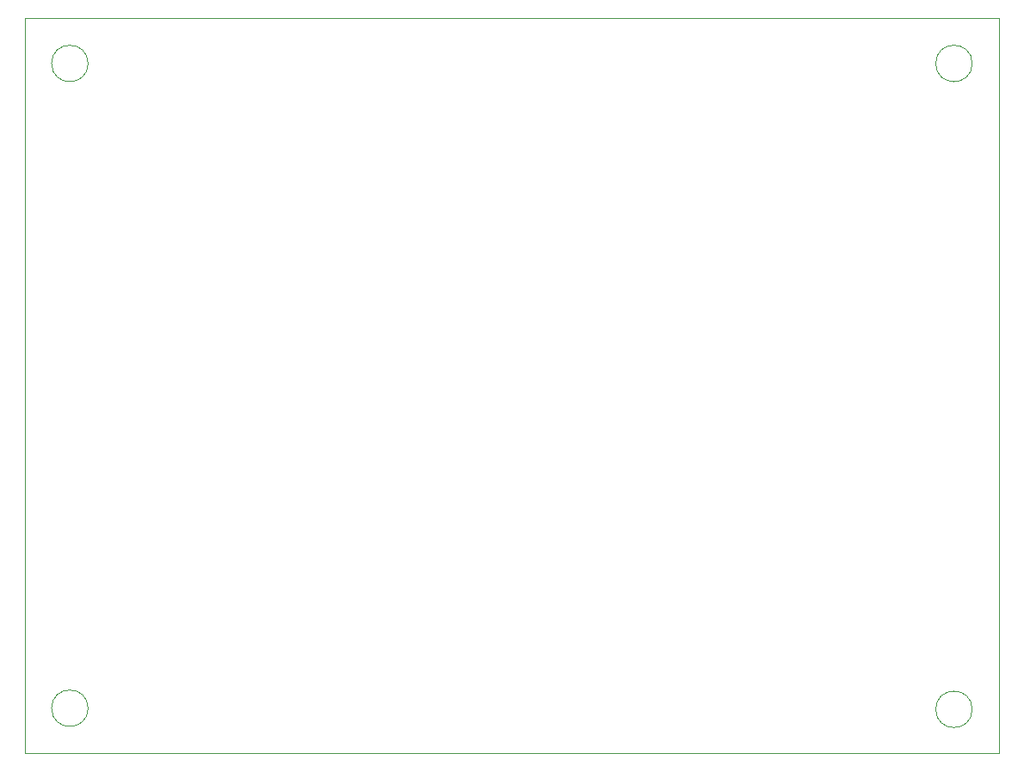
<source format=gm1>
G04 #@! TF.GenerationSoftware,KiCad,Pcbnew,(5.1.9)-1*
G04 #@! TF.CreationDate,2021-12-30T22:55:07+09:00*
G04 #@! TF.ProjectId,FDSPlus_BX3,46445350-6c75-4735-9f42-58332e6b6963,rev?*
G04 #@! TF.SameCoordinates,Original*
G04 #@! TF.FileFunction,Profile,NP*
%FSLAX46Y46*%
G04 Gerber Fmt 4.6, Leading zero omitted, Abs format (unit mm)*
G04 Created by KiCad (PCBNEW (5.1.9)-1) date 2021-12-30 22:55:07*
%MOMM*%
%LPD*%
G01*
G04 APERTURE LIST*
G04 #@! TA.AperFunction,Profile*
%ADD10C,0.050000*%
G04 #@! TD*
G04 APERTURE END LIST*
D10*
X184150000Y-71755000D02*
X184150000Y-144145000D01*
X88265000Y-71755000D02*
X88265000Y-144145000D01*
X88265000Y-144145000D02*
X184150000Y-144145000D01*
X88265000Y-71755000D02*
X184150000Y-71755000D01*
X94506051Y-139700000D02*
G75*
G03*
X94506051Y-139700000I-1796051J0D01*
G01*
X94506051Y-76200000D02*
G75*
G03*
X94506051Y-76200000I-1796051J0D01*
G01*
X181501051Y-139808949D02*
G75*
G03*
X181501051Y-139808949I-1796051J0D01*
G01*
X181501051Y-76200000D02*
G75*
G03*
X181501051Y-76200000I-1796051J0D01*
G01*
M02*

</source>
